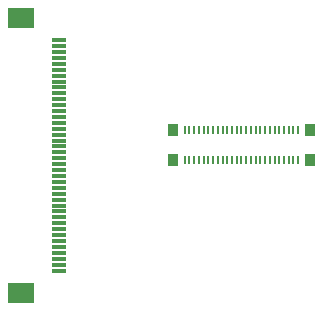
<source format=gtp>
%TF.GenerationSoftware,KiCad,Pcbnew,(6.0.11)*%
%TF.CreationDate,2023-02-05T22:54:30+01:00*%
%TF.ProjectId,ES108FC1_Connector,45533130-3846-4433-915f-436f6e6e6563,rev?*%
%TF.SameCoordinates,Original*%
%TF.FileFunction,Paste,Top*%
%TF.FilePolarity,Positive*%
%FSLAX46Y46*%
G04 Gerber Fmt 4.6, Leading zero omitted, Abs format (unit mm)*
G04 Created by KiCad (PCBNEW (6.0.11)) date 2023-02-05 22:54:30*
%MOMM*%
%LPD*%
G01*
G04 APERTURE LIST*
%ADD10R,1.300000X0.300000*%
%ADD11R,2.200000X1.800000*%
%ADD12R,0.900000X1.000000*%
%ADD13R,0.200000X0.800000*%
G04 APERTURE END LIST*
D10*
%TO.C,U1*%
X21050000Y-33700000D03*
X21050000Y-33200000D03*
X21050000Y-32700000D03*
X21050000Y-32200000D03*
X21050000Y-31700000D03*
X21050000Y-31200000D03*
X21050000Y-30700000D03*
X21050000Y-30200000D03*
X21050000Y-29700000D03*
X21050000Y-29200000D03*
X21050000Y-28700000D03*
X21050000Y-28200000D03*
X21050000Y-27700000D03*
X21050000Y-27200000D03*
X21050000Y-26700000D03*
X21050000Y-26200000D03*
X21050000Y-25700000D03*
X21050000Y-25200000D03*
X21050000Y-24700000D03*
X21050000Y-24200000D03*
X21050000Y-23700000D03*
X21050000Y-23200000D03*
X21050000Y-22700000D03*
X21050000Y-22200000D03*
X21050000Y-21700000D03*
X21050000Y-21200000D03*
X21050000Y-20700000D03*
X21050000Y-20200000D03*
X21050000Y-19700000D03*
X21050000Y-19200000D03*
X21050000Y-18700000D03*
X21050000Y-18200000D03*
X21050000Y-17700000D03*
X21050000Y-17200000D03*
X21050000Y-16700000D03*
X21050000Y-16200000D03*
X21050000Y-15700000D03*
X21050000Y-15200000D03*
X21050000Y-14700000D03*
X21050000Y-14200000D03*
D11*
X17800000Y-12300000D03*
X17800000Y-35600000D03*
%TD*%
D12*
%TO.C,J2*%
X30692336Y-21842336D03*
X30692336Y-24342336D03*
X42292336Y-21842336D03*
X42292336Y-24342336D03*
D13*
X31692336Y-24342336D03*
X31692336Y-21842336D03*
X32092336Y-24342336D03*
X32092336Y-21842336D03*
X32492336Y-24342336D03*
X32492336Y-21842336D03*
X32892336Y-24342336D03*
X32892336Y-21842336D03*
X33292336Y-24342336D03*
X33292336Y-21842336D03*
X33692336Y-24342336D03*
X33692336Y-21842336D03*
X34092336Y-24342336D03*
X34092336Y-21842336D03*
X34492336Y-24342336D03*
X34492336Y-21842336D03*
X34892336Y-24342336D03*
X34892336Y-21842336D03*
X35292336Y-24342336D03*
X35292336Y-21842336D03*
X35692336Y-24342336D03*
X35692336Y-21842336D03*
X36092336Y-24342336D03*
X36092336Y-21842336D03*
X36492336Y-24342336D03*
X36492336Y-21842336D03*
X36892336Y-24342336D03*
X36892336Y-21842336D03*
X37292336Y-24342336D03*
X37292336Y-21842336D03*
X37692336Y-24342336D03*
X37692336Y-21842336D03*
X38092336Y-24342336D03*
X38092336Y-21842336D03*
X38492336Y-24342336D03*
X38492336Y-21842336D03*
X38892336Y-24342336D03*
X38892336Y-21842336D03*
X39292336Y-24342336D03*
X39292336Y-21842336D03*
X39692336Y-24342336D03*
X39692336Y-21842336D03*
X40092336Y-24342336D03*
X40092336Y-21842336D03*
X40492336Y-24342336D03*
X40492336Y-21842336D03*
X40892336Y-24342336D03*
X40892336Y-21842336D03*
X41292336Y-24342336D03*
X41292336Y-21842336D03*
%TD*%
M02*

</source>
